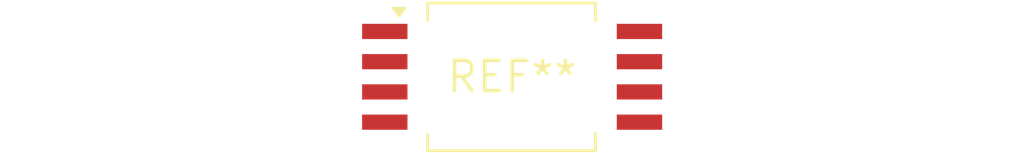
<source format=kicad_pcb>
(kicad_pcb (version 20240108) (generator pcbnew)
  (layers (0 "F.Cu" signal) (31 "B.Cu" signal) (34 "B.Paste" user) (35 "F.Paste" user) (36 "B.SilkS" user "B.Silkscreen") (37 "F.SilkS" user "F.Silkscreen") (38 "B.Mask" user) (39 "F.Mask" user) (44 "Edge.Cuts" user))
  (net 0 "")
  (footprint "SSO-8_6.8x5.9mm_P1.27mm_Clearance8mm" (layer "F.Cu") (at 0 0)
    (property "Reference" "REF**")
    (property "Value" "SSO-8_6.8x5.9mm_P1.27mm_Clearance8mm")
    (fp_line (start -3.55 -2.35) (end -3.55 -3.1) (layer "F.SilkS") (stroke (width 0.12)))
    (fp_line (start -3.55 2.4) (end -3.55 3.1) (layer "F.SilkS") (stroke (width 0.12)))
    (fp_line (start -3.55 3.1) (end 3.5 3.1) (layer "F.SilkS") (stroke (width 0.12)))
    (fp_line (start 3.5 -3.1) (end -3.55 -3.1) (layer "F.SilkS") (stroke (width 0.12)))
    (fp_line (start 3.5 -2.35) (end 3.5 -3.1) (layer "F.SilkS") (stroke (width 0.12)))
    (fp_line (start 3.5 3.1) (end 3.5 2.35) (layer "F.SilkS") (stroke (width 0.12)))
    (fp_poly (pts (xy -4.75 -2.55) (xy -4.99 -2.88) (xy -4.51 -2.88) (xy -4.75 -2.55)) (layer "F.SilkS") (stroke (width 0.12)) (fill solid))
    (pad "1" smd rect (at -5.3475 -1.905) (size 1.905 0.64) (layers "F.Cu" "F.Paste" "F.Mask"))
    (pad "2" smd rect (at -5.3475 -0.635) (size 1.905 0.64) (layers "F.Cu" "F.Paste" "F.Mask"))
    (pad "3" smd rect (at -5.3475 0.635) (size 1.905 0.64) (layers "F.Cu" "F.Paste" "F.Mask"))
    (pad "4" smd rect (at -5.3475 1.905) (size 1.905 0.64) (layers "F.Cu" "F.Paste" "F.Mask"))
    (pad "5" smd rect (at 5.3475 1.905) (size 1.905 0.64) (layers "F.Cu" "F.Paste" "F.Mask"))
    (pad "6" smd rect (at 5.3475 0.635) (size 1.905 0.64) (layers "F.Cu" "F.Paste" "F.Mask"))
    (pad "7" smd rect (at 5.3475 -0.635) (size 1.905 0.64) (layers "F.Cu" "F.Paste" "F.Mask"))
    (pad "8" smd rect (at 5.3475 -1.905) (size 1.905 0.64) (layers "F.Cu" "F.Paste" "F.Mask"))
  )
)
</source>
